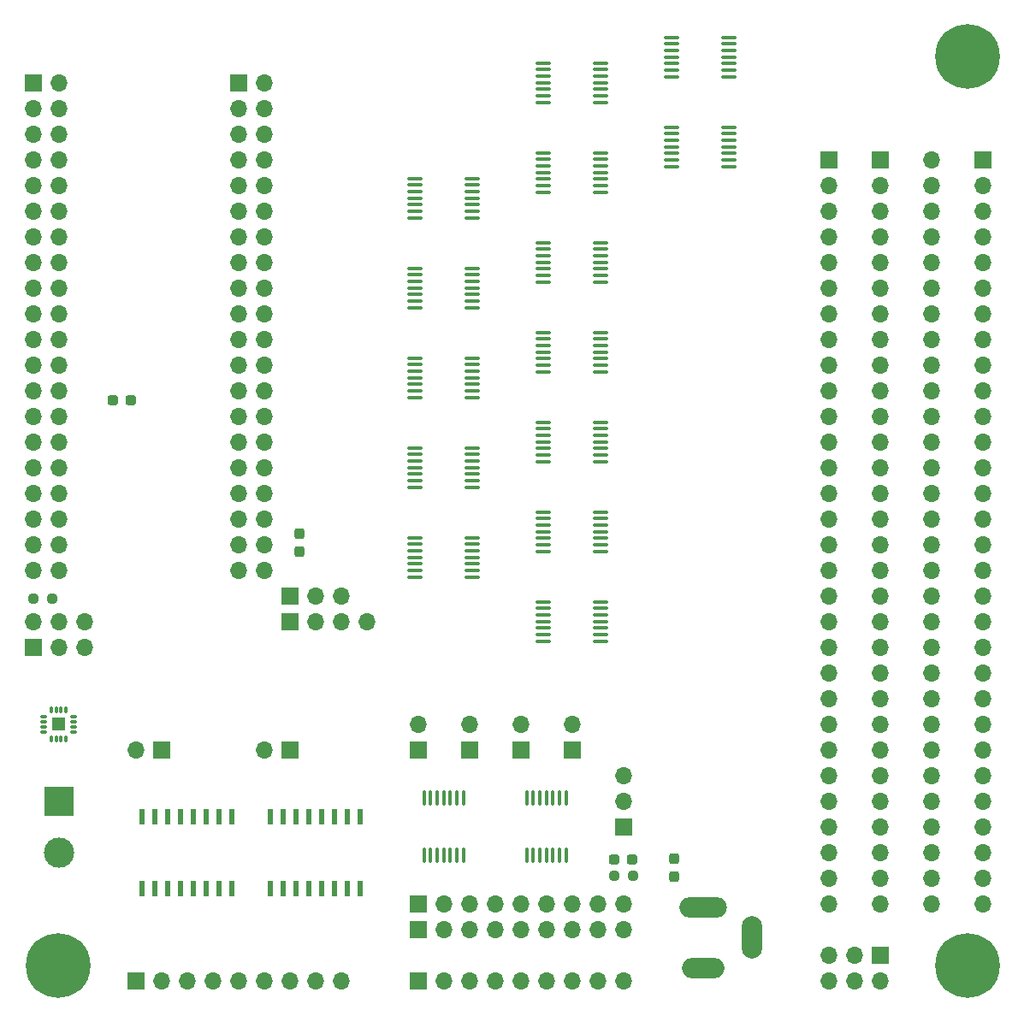
<source format=gts>
G04 #@! TF.GenerationSoftware,KiCad,Pcbnew,(6.0.2)*
G04 #@! TF.CreationDate,2022-03-02T03:30:40+09:00*
G04 #@! TF.ProjectId,nes_peripheral,6e65735f-7065-4726-9970-686572616c2e,rev?*
G04 #@! TF.SameCoordinates,Original*
G04 #@! TF.FileFunction,Soldermask,Top*
G04 #@! TF.FilePolarity,Negative*
%FSLAX46Y46*%
G04 Gerber Fmt 4.6, Leading zero omitted, Abs format (unit mm)*
G04 Created by KiCad (PCBNEW (6.0.2)) date 2022-03-02 03:30:40*
%MOMM*%
%LPD*%
G01*
G04 APERTURE LIST*
G04 Aperture macros list*
%AMRoundRect*
0 Rectangle with rounded corners*
0 $1 Rounding radius*
0 $2 $3 $4 $5 $6 $7 $8 $9 X,Y pos of 4 corners*
0 Add a 4 corners polygon primitive as box body*
4,1,4,$2,$3,$4,$5,$6,$7,$8,$9,$2,$3,0*
0 Add four circle primitives for the rounded corners*
1,1,$1+$1,$2,$3*
1,1,$1+$1,$4,$5*
1,1,$1+$1,$6,$7*
1,1,$1+$1,$8,$9*
0 Add four rect primitives between the rounded corners*
20,1,$1+$1,$2,$3,$4,$5,0*
20,1,$1+$1,$4,$5,$6,$7,0*
20,1,$1+$1,$6,$7,$8,$9,0*
20,1,$1+$1,$8,$9,$2,$3,0*%
G04 Aperture macros list end*
%ADD10RoundRect,0.100000X-0.637500X-0.100000X0.637500X-0.100000X0.637500X0.100000X-0.637500X0.100000X0*%
%ADD11R,1.700000X1.700000*%
%ADD12O,1.700000X1.700000*%
%ADD13O,0.300000X0.800000*%
%ADD14O,0.800000X0.300000*%
%ADD15R,0.307500X0.307500*%
%ADD16RoundRect,0.237500X-0.237500X0.287500X-0.237500X-0.287500X0.237500X-0.287500X0.237500X0.287500X0*%
%ADD17RoundRect,0.237500X0.250000X0.237500X-0.250000X0.237500X-0.250000X-0.237500X0.250000X-0.237500X0*%
%ADD18RoundRect,0.237500X-0.287500X-0.237500X0.287500X-0.237500X0.287500X0.237500X-0.287500X0.237500X0*%
%ADD19RoundRect,0.237500X0.287500X0.237500X-0.287500X0.237500X-0.287500X-0.237500X0.287500X-0.237500X0*%
%ADD20R,0.600000X1.500000*%
%ADD21RoundRect,0.100000X-0.100000X0.637500X-0.100000X-0.637500X0.100000X-0.637500X0.100000X0.637500X0*%
%ADD22C,3.600000*%
%ADD23C,6.400000*%
%ADD24R,3.000000X3.000000*%
%ADD25C,3.000000*%
%ADD26O,4.700000X2.000000*%
%ADD27O,4.200000X2.000000*%
%ADD28O,2.000000X4.200000*%
%ADD29RoundRect,0.237500X0.237500X-0.287500X0.237500X0.287500X-0.237500X0.287500X-0.237500X-0.287500X0*%
G04 APERTURE END LIST*
D10*
X93657500Y-93300000D03*
X93657500Y-93950000D03*
X93657500Y-94600000D03*
X93657500Y-95250000D03*
X93657500Y-95900000D03*
X93657500Y-96550000D03*
X93657500Y-97200000D03*
X99382500Y-97200000D03*
X99382500Y-96550000D03*
X99382500Y-95900000D03*
X99382500Y-95250000D03*
X99382500Y-94600000D03*
X99382500Y-93950000D03*
X99382500Y-93300000D03*
D11*
X53340000Y-139700000D03*
D12*
X55880000Y-139700000D03*
X58420000Y-139700000D03*
X60960000Y-139700000D03*
X63500000Y-139700000D03*
X66040000Y-139700000D03*
X68580000Y-139700000D03*
X71120000Y-139700000D03*
X73660000Y-139700000D03*
D10*
X93657500Y-75520000D03*
X93657500Y-76170000D03*
X93657500Y-76820000D03*
X93657500Y-77470000D03*
X93657500Y-78120000D03*
X93657500Y-78770000D03*
X93657500Y-79420000D03*
X99382500Y-79420000D03*
X99382500Y-78770000D03*
X99382500Y-78120000D03*
X99382500Y-77470000D03*
X99382500Y-76820000D03*
X99382500Y-76170000D03*
X99382500Y-75520000D03*
X80957500Y-60280000D03*
X80957500Y-60930000D03*
X80957500Y-61580000D03*
X80957500Y-62230000D03*
X80957500Y-62880000D03*
X80957500Y-63530000D03*
X80957500Y-64180000D03*
X86682500Y-64180000D03*
X86682500Y-63530000D03*
X86682500Y-62880000D03*
X86682500Y-62230000D03*
X86682500Y-61580000D03*
X86682500Y-60930000D03*
X86682500Y-60280000D03*
D13*
X46470000Y-112850000D03*
X45970000Y-112850000D03*
X45470000Y-112850000D03*
X44970000Y-112850000D03*
D14*
X44270000Y-113550000D03*
X44270000Y-114050000D03*
X44270000Y-114550000D03*
X44270000Y-115050000D03*
D13*
X44970000Y-115750000D03*
X45470000Y-115750000D03*
X45970000Y-115750000D03*
X46470000Y-115750000D03*
D14*
X47170000Y-115050000D03*
X47170000Y-114550000D03*
X47170000Y-114050000D03*
X47170000Y-113550000D03*
D15*
X45566250Y-114146250D03*
X45873750Y-114761250D03*
X45566250Y-114453750D03*
X45258750Y-114453750D03*
X46181250Y-114761250D03*
X45873750Y-113838750D03*
X45873750Y-114453750D03*
X46181250Y-113838750D03*
X45258750Y-114146250D03*
X46181250Y-114453750D03*
X45258750Y-113838750D03*
X45873750Y-114146250D03*
X45258750Y-114761250D03*
X46181250Y-114146250D03*
X45566250Y-114761250D03*
X45566250Y-113838750D03*
D11*
X96520000Y-116840000D03*
D12*
X96520000Y-114300000D03*
D10*
X93657500Y-84410000D03*
X93657500Y-85060000D03*
X93657500Y-85710000D03*
X93657500Y-86360000D03*
X93657500Y-87010000D03*
X93657500Y-87660000D03*
X93657500Y-88310000D03*
X99382500Y-88310000D03*
X99382500Y-87660000D03*
X99382500Y-87010000D03*
X99382500Y-86360000D03*
X99382500Y-85710000D03*
X99382500Y-85060000D03*
X99382500Y-84410000D03*
D11*
X55880000Y-116840000D03*
D12*
X53340000Y-116840000D03*
D10*
X80957500Y-95840000D03*
X80957500Y-96490000D03*
X80957500Y-97140000D03*
X80957500Y-97790000D03*
X80957500Y-98440000D03*
X80957500Y-99090000D03*
X80957500Y-99740000D03*
X86682500Y-99740000D03*
X86682500Y-99090000D03*
X86682500Y-98440000D03*
X86682500Y-97790000D03*
X86682500Y-97140000D03*
X86682500Y-96490000D03*
X86682500Y-95840000D03*
D11*
X127000000Y-58420000D03*
D12*
X127000000Y-60960000D03*
X127000000Y-63500000D03*
X127000000Y-66040000D03*
X127000000Y-68580000D03*
X127000000Y-71120000D03*
X127000000Y-73660000D03*
X127000000Y-76200000D03*
X127000000Y-78740000D03*
X127000000Y-81280000D03*
X127000000Y-83820000D03*
X127000000Y-86360000D03*
X127000000Y-88900000D03*
X127000000Y-91440000D03*
X127000000Y-93980000D03*
X127000000Y-96520000D03*
X127000000Y-99060000D03*
X127000000Y-101600000D03*
X127000000Y-104140000D03*
X127000000Y-106680000D03*
X127000000Y-109220000D03*
X127000000Y-111760000D03*
X127000000Y-114300000D03*
X127000000Y-116840000D03*
X127000000Y-119380000D03*
X127000000Y-121920000D03*
X127000000Y-124460000D03*
X127000000Y-127000000D03*
X127000000Y-129540000D03*
X127000000Y-132080000D03*
X132080000Y-58420000D03*
X132080000Y-60960000D03*
X132080000Y-63500000D03*
X132080000Y-66040000D03*
X132080000Y-68580000D03*
X132080000Y-71120000D03*
X132080000Y-73660000D03*
X132080000Y-76200000D03*
X132080000Y-78740000D03*
X132080000Y-81280000D03*
X132080000Y-83820000D03*
X132080000Y-86360000D03*
X132080000Y-88900000D03*
X132080000Y-91440000D03*
X132080000Y-93980000D03*
X132080000Y-96520000D03*
X132080000Y-99060000D03*
X132080000Y-101600000D03*
X132080000Y-104140000D03*
X132080000Y-106680000D03*
X132080000Y-109220000D03*
X132080000Y-111760000D03*
X132080000Y-114300000D03*
X132080000Y-116840000D03*
X132080000Y-119380000D03*
X132080000Y-121920000D03*
X132080000Y-124460000D03*
X132080000Y-127000000D03*
X132080000Y-129540000D03*
X132080000Y-132080000D03*
D11*
X86360000Y-116840000D03*
D12*
X86360000Y-114300000D03*
D16*
X106640000Y-127630000D03*
X106640000Y-129380000D03*
D17*
X45065000Y-101880000D03*
X43240000Y-101880000D03*
D10*
X106357500Y-55200000D03*
X106357500Y-55850000D03*
X106357500Y-56500000D03*
X106357500Y-57150000D03*
X106357500Y-57800000D03*
X106357500Y-58450000D03*
X106357500Y-59100000D03*
X112082500Y-59100000D03*
X112082500Y-58450000D03*
X112082500Y-57800000D03*
X112082500Y-57150000D03*
X112082500Y-56500000D03*
X112082500Y-55850000D03*
X112082500Y-55200000D03*
D18*
X51090000Y-82280000D03*
X52840000Y-82280000D03*
D10*
X93657500Y-102190000D03*
X93657500Y-102840000D03*
X93657500Y-103490000D03*
X93657500Y-104140000D03*
X93657500Y-104790000D03*
X93657500Y-105440000D03*
X93657500Y-106090000D03*
X99382500Y-106090000D03*
X99382500Y-105440000D03*
X99382500Y-104790000D03*
X99382500Y-104140000D03*
X99382500Y-103490000D03*
X99382500Y-102840000D03*
X99382500Y-102190000D03*
D11*
X81280000Y-134620000D03*
D12*
X83820000Y-134620000D03*
X86360000Y-134620000D03*
X88900000Y-134620000D03*
X91440000Y-134620000D03*
X93980000Y-134620000D03*
X96520000Y-134620000D03*
X99060000Y-134620000D03*
X101600000Y-134620000D03*
D19*
X102490000Y-127680000D03*
X100740000Y-127680000D03*
D20*
X53975000Y-130550000D03*
X55245000Y-130550000D03*
X56515000Y-130550000D03*
X57785000Y-130550000D03*
X59055000Y-130550000D03*
X60325000Y-130550000D03*
X61595000Y-130550000D03*
X62865000Y-130550000D03*
X62865000Y-123450000D03*
X61595000Y-123450000D03*
X60325000Y-123450000D03*
X59055000Y-123450000D03*
X57785000Y-123450000D03*
X56515000Y-123450000D03*
X55245000Y-123450000D03*
X53975000Y-123450000D03*
D11*
X91440000Y-116840000D03*
D12*
X91440000Y-114300000D03*
D21*
X95930000Y-121597500D03*
X95280000Y-121597500D03*
X94630000Y-121597500D03*
X93980000Y-121597500D03*
X93330000Y-121597500D03*
X92680000Y-121597500D03*
X92030000Y-121597500D03*
X92030000Y-127322500D03*
X92680000Y-127322500D03*
X93330000Y-127322500D03*
X93980000Y-127322500D03*
X94630000Y-127322500D03*
X95280000Y-127322500D03*
X95930000Y-127322500D03*
D11*
X68580000Y-101600000D03*
D12*
X71120000Y-101600000D03*
X73660000Y-101600000D03*
D17*
X102540000Y-129280000D03*
X100715000Y-129280000D03*
D21*
X85770000Y-121597500D03*
X85120000Y-121597500D03*
X84470000Y-121597500D03*
X83820000Y-121597500D03*
X83170000Y-121597500D03*
X82520000Y-121597500D03*
X81870000Y-121597500D03*
X81870000Y-127322500D03*
X82520000Y-127322500D03*
X83170000Y-127322500D03*
X83820000Y-127322500D03*
X84470000Y-127322500D03*
X85120000Y-127322500D03*
X85770000Y-127322500D03*
D22*
X45640000Y-138180000D03*
D23*
X45640000Y-138180000D03*
D10*
X93657500Y-57740000D03*
X93657500Y-58390000D03*
X93657500Y-59040000D03*
X93657500Y-59690000D03*
X93657500Y-60340000D03*
X93657500Y-60990000D03*
X93657500Y-61640000D03*
X99382500Y-61640000D03*
X99382500Y-60990000D03*
X99382500Y-60340000D03*
X99382500Y-59690000D03*
X99382500Y-59040000D03*
X99382500Y-58390000D03*
X99382500Y-57740000D03*
D11*
X68580000Y-104140000D03*
D12*
X71120000Y-104140000D03*
X73660000Y-104140000D03*
X76200000Y-104140000D03*
D24*
X45720000Y-121920000D03*
D25*
X45720000Y-127000000D03*
D11*
X81280000Y-139700000D03*
D12*
X83820000Y-139700000D03*
X86360000Y-139700000D03*
X88900000Y-139700000D03*
X91440000Y-139700000D03*
X93980000Y-139700000D03*
X96520000Y-139700000D03*
X99060000Y-139700000D03*
X101600000Y-139700000D03*
D11*
X43180000Y-106680000D03*
D12*
X43180000Y-104140000D03*
X45720000Y-106680000D03*
X45720000Y-104140000D03*
X48260000Y-106680000D03*
X48260000Y-104140000D03*
D23*
X135640000Y-138180000D03*
D22*
X135640000Y-138180000D03*
D10*
X80957500Y-69170000D03*
X80957500Y-69820000D03*
X80957500Y-70470000D03*
X80957500Y-71120000D03*
X80957500Y-71770000D03*
X80957500Y-72420000D03*
X80957500Y-73070000D03*
X86682500Y-73070000D03*
X86682500Y-72420000D03*
X86682500Y-71770000D03*
X86682500Y-71120000D03*
X86682500Y-70470000D03*
X86682500Y-69820000D03*
X86682500Y-69170000D03*
D20*
X66675000Y-130550000D03*
X67945000Y-130550000D03*
X69215000Y-130550000D03*
X70485000Y-130550000D03*
X71755000Y-130550000D03*
X73025000Y-130550000D03*
X74295000Y-130550000D03*
X75565000Y-130550000D03*
X75565000Y-123450000D03*
X74295000Y-123450000D03*
X73025000Y-123450000D03*
X71755000Y-123450000D03*
X70485000Y-123450000D03*
X69215000Y-123450000D03*
X67945000Y-123450000D03*
X66675000Y-123450000D03*
D10*
X106357500Y-46310000D03*
X106357500Y-46960000D03*
X106357500Y-47610000D03*
X106357500Y-48260000D03*
X106357500Y-48910000D03*
X106357500Y-49560000D03*
X106357500Y-50210000D03*
X112082500Y-50210000D03*
X112082500Y-49560000D03*
X112082500Y-48910000D03*
X112082500Y-48260000D03*
X112082500Y-47610000D03*
X112082500Y-46960000D03*
X112082500Y-46310000D03*
X80957500Y-86950000D03*
X80957500Y-87600000D03*
X80957500Y-88250000D03*
X80957500Y-88900000D03*
X80957500Y-89550000D03*
X80957500Y-90200000D03*
X80957500Y-90850000D03*
X86682500Y-90850000D03*
X86682500Y-90200000D03*
X86682500Y-89550000D03*
X86682500Y-88900000D03*
X86682500Y-88250000D03*
X86682500Y-87600000D03*
X86682500Y-86950000D03*
D26*
X109500000Y-132430000D03*
D27*
X109500000Y-138430000D03*
D28*
X114300000Y-135430000D03*
D10*
X93657500Y-48850000D03*
X93657500Y-49500000D03*
X93657500Y-50150000D03*
X93657500Y-50800000D03*
X93657500Y-51450000D03*
X93657500Y-52100000D03*
X93657500Y-52750000D03*
X99382500Y-52750000D03*
X99382500Y-52100000D03*
X99382500Y-51450000D03*
X99382500Y-50800000D03*
X99382500Y-50150000D03*
X99382500Y-49500000D03*
X99382500Y-48850000D03*
D11*
X101600000Y-124460000D03*
D12*
X101600000Y-121920000D03*
X101600000Y-119380000D03*
D29*
X69540000Y-97230000D03*
X69540000Y-95480000D03*
D10*
X80957500Y-78060000D03*
X80957500Y-78710000D03*
X80957500Y-79360000D03*
X80957500Y-80010000D03*
X80957500Y-80660000D03*
X80957500Y-81310000D03*
X80957500Y-81960000D03*
X86682500Y-81960000D03*
X86682500Y-81310000D03*
X86682500Y-80660000D03*
X86682500Y-80010000D03*
X86682500Y-79360000D03*
X86682500Y-78710000D03*
X86682500Y-78060000D03*
D11*
X81280000Y-116840000D03*
D12*
X81280000Y-114300000D03*
D10*
X93657500Y-66630000D03*
X93657500Y-67280000D03*
X93657500Y-67930000D03*
X93657500Y-68580000D03*
X93657500Y-69230000D03*
X93657500Y-69880000D03*
X93657500Y-70530000D03*
X99382500Y-70530000D03*
X99382500Y-69880000D03*
X99382500Y-69230000D03*
X99382500Y-68580000D03*
X99382500Y-67930000D03*
X99382500Y-67280000D03*
X99382500Y-66630000D03*
D11*
X68580000Y-116840000D03*
D12*
X66040000Y-116840000D03*
D22*
X135640000Y-48180000D03*
D23*
X135640000Y-48180000D03*
D11*
X81280000Y-132080000D03*
D12*
X83820000Y-132080000D03*
X86360000Y-132080000D03*
X88900000Y-132080000D03*
X91440000Y-132080000D03*
X93980000Y-132080000D03*
X96520000Y-132080000D03*
X99060000Y-132080000D03*
X101600000Y-132080000D03*
D11*
X137160000Y-58420000D03*
D12*
X137160000Y-60960000D03*
X137160000Y-63500000D03*
X137160000Y-66040000D03*
X137160000Y-68580000D03*
X137160000Y-71120000D03*
X137160000Y-73660000D03*
X137160000Y-76200000D03*
X137160000Y-78740000D03*
X137160000Y-81280000D03*
X137160000Y-83820000D03*
X137160000Y-86360000D03*
X137160000Y-88900000D03*
X137160000Y-91440000D03*
X137160000Y-93980000D03*
X137160000Y-96520000D03*
X137160000Y-99060000D03*
X137160000Y-101600000D03*
X137160000Y-104140000D03*
X137160000Y-106680000D03*
X137160000Y-109220000D03*
X137160000Y-111760000D03*
X137160000Y-114300000D03*
X137160000Y-116840000D03*
X137160000Y-119380000D03*
X137160000Y-121920000D03*
X137160000Y-124460000D03*
X137160000Y-127000000D03*
X137160000Y-129540000D03*
X137160000Y-132080000D03*
D11*
X127000000Y-137160000D03*
D12*
X127000000Y-139700000D03*
X124460000Y-137160000D03*
X124460000Y-139700000D03*
X121920000Y-137160000D03*
X121920000Y-139700000D03*
D11*
X43180000Y-50800000D03*
D12*
X45720000Y-50800000D03*
X43180000Y-53340000D03*
X45720000Y-53340000D03*
X43180000Y-55880000D03*
X45720000Y-55880000D03*
X43180000Y-58420000D03*
X45720000Y-58420000D03*
X43180000Y-60960000D03*
X45720000Y-60960000D03*
X43180000Y-63500000D03*
X45720000Y-63500000D03*
X43180000Y-66040000D03*
X45720000Y-66040000D03*
X43180000Y-68580000D03*
X45720000Y-68580000D03*
X43180000Y-71120000D03*
X45720000Y-71120000D03*
X43180000Y-73660000D03*
X45720000Y-73660000D03*
X43180000Y-76200000D03*
X45720000Y-76200000D03*
X43180000Y-78740000D03*
X45720000Y-78740000D03*
X43180000Y-81280000D03*
X45720000Y-81280000D03*
X43180000Y-83820000D03*
X45720000Y-83820000D03*
X43180000Y-86360000D03*
X45720000Y-86360000D03*
X43180000Y-88900000D03*
X45720000Y-88900000D03*
X43180000Y-91440000D03*
X45720000Y-91440000D03*
X43180000Y-93980000D03*
X45720000Y-93980000D03*
X43180000Y-96520000D03*
X45720000Y-96520000D03*
X43180000Y-99060000D03*
X45720000Y-99060000D03*
D11*
X63500000Y-50800000D03*
D12*
X66040000Y-50800000D03*
X63500000Y-53340000D03*
X66040000Y-53340000D03*
X63500000Y-55880000D03*
X66040000Y-55880000D03*
X63500000Y-58420000D03*
X66040000Y-58420000D03*
X63500000Y-60960000D03*
X66040000Y-60960000D03*
X63500000Y-63500000D03*
X66040000Y-63500000D03*
X63500000Y-66040000D03*
X66040000Y-66040000D03*
X63500000Y-68580000D03*
X66040000Y-68580000D03*
X63500000Y-71120000D03*
X66040000Y-71120000D03*
X63500000Y-73660000D03*
X66040000Y-73660000D03*
X63500000Y-76200000D03*
X66040000Y-76200000D03*
X63500000Y-78740000D03*
X66040000Y-78740000D03*
X63500000Y-81280000D03*
X66040000Y-81280000D03*
X63500000Y-83820000D03*
X66040000Y-83820000D03*
X63500000Y-86360000D03*
X66040000Y-86360000D03*
X63500000Y-88900000D03*
X66040000Y-88900000D03*
X63500000Y-91440000D03*
X66040000Y-91440000D03*
X63500000Y-93980000D03*
X66040000Y-93980000D03*
X63500000Y-96520000D03*
X66040000Y-96520000D03*
X63500000Y-99060000D03*
X66040000Y-99060000D03*
D11*
X121920000Y-58420000D03*
D12*
X121920000Y-60960000D03*
X121920000Y-63500000D03*
X121920000Y-66040000D03*
X121920000Y-68580000D03*
X121920000Y-71120000D03*
X121920000Y-73660000D03*
X121920000Y-76200000D03*
X121920000Y-78740000D03*
X121920000Y-81280000D03*
X121920000Y-83820000D03*
X121920000Y-86360000D03*
X121920000Y-88900000D03*
X121920000Y-91440000D03*
X121920000Y-93980000D03*
X121920000Y-96520000D03*
X121920000Y-99060000D03*
X121920000Y-101600000D03*
X121920000Y-104140000D03*
X121920000Y-106680000D03*
X121920000Y-109220000D03*
X121920000Y-111760000D03*
X121920000Y-114300000D03*
X121920000Y-116840000D03*
X121920000Y-119380000D03*
X121920000Y-121920000D03*
X121920000Y-124460000D03*
X121920000Y-127000000D03*
X121920000Y-129540000D03*
X121920000Y-132080000D03*
M02*

</source>
